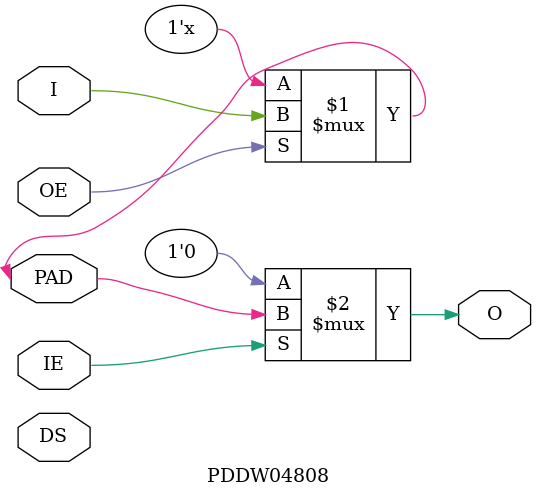
<source format=sv>
module PDDW04808
  (
   inout logic       PAD,
   input logic       IE,
   input logic       OE,
   input logic [2:0] DS,
   input logic       I,
   output logic      O
   );

   bufif1 i_tx_buffer(PAD, I, OE);
   assign O = IE ? PAD : 1'b0;

endmodule : PDDW04808

</source>
